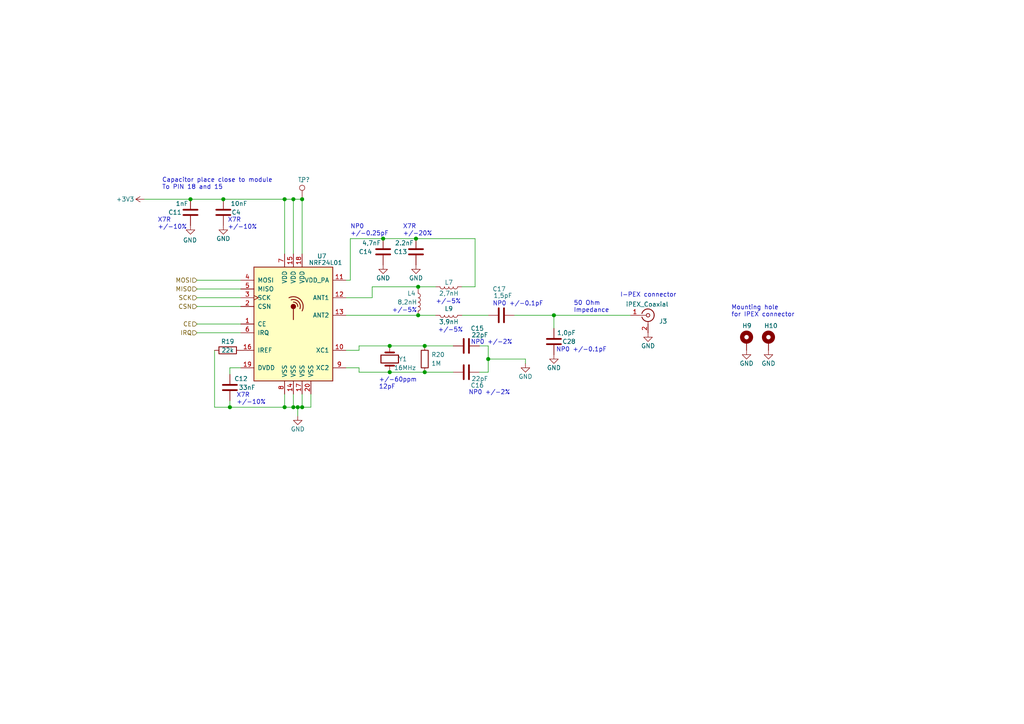
<source format=kicad_sch>
(kicad_sch (version 20211123) (generator eeschema)
  (paper "A4")
  (title_block (title "BUTCube - communication module") (date "2021-11-18") (rev "v0.2") (company "VUT - FIT(STRaDe) & FME(IAE & IPE)") (comment 1 "Author: Štěpán Rydlo"))
  (lib_symbols
    (symbol "Connector:Conn_Coaxial" (pin_names (offset 1.016) hide)
      (property "Reference" "J" (at 0.254 3.048 0))
      (property "Value" "Conn_Coaxial" (at 2.921 0 90))
      (symbol "Conn_Coaxial_0_1"
        (arc (start -1.778 -0.508) (mid 0.2311 -1.8066) (end 1.778 0) (stroke (width 0.254)))
        (polyline (pts (xy -2.54 0) (xy -0.508 0)))
        (polyline (pts (xy 0 -2.54) (xy 0 -1.778)))
        (circle (center 0 0) (radius 0.508) (stroke (width 0.2032)))
        (arc (start 1.778 0) (mid 0.2099 1.8101) (end -1.778 0.508) (stroke (width 0.254)))
      )
      (symbol "Conn_Coaxial_1_1"
        (pin passive line (at -5.08 0 0) (length 2.54) (name "In") (number "1"))
        (pin passive line (at 0 -5.08 90) (length 2.54) (name "Ext") (number "2"))
      )
    )
    (symbol "Connector:TestPoint" (pin_numbers hide) (pin_names (offset 0.762) hide)
      (property "Reference" "TP" (at 0 6.858 0))
      (property "Value" "TestPoint" (at 0 5.08 0))
      (symbol "TestPoint_0_1"
        (circle (center 0 3.302) (radius 0.762))
      )
      (symbol "TestPoint_1_1"
        (pin passive line (at 0 0 90) (length 2.54) (name "1") (number "1"))
      )
    )
    (symbol "Device:C" (pin_numbers hide) (pin_names (offset 0.254))
      (property "Reference" "C" (at 0.635 2.54 0))
      (property "Value" "C" (at 0.635 -2.54 0))
      (symbol "C_0_1"
        (polyline (pts (xy -2.032 -0.762) (xy 2.032 -0.762)) (stroke (width 0.508)))
        (polyline (pts (xy -2.032 0.762) (xy 2.032 0.762)) (stroke (width 0.508)))
      )
      (symbol "C_1_1"
        (pin passive line (at 0 3.81 270) (length 2.794) (name "~") (number "1"))
        (pin passive line (at 0 -3.81 90) (length 2.794) (name "~") (number "2"))
      )
    )
    (symbol "Device:Crystal" (pin_numbers hide) (pin_names (offset 1.016) hide)
      (property "Reference" "Y" (at 0 3.81 0))
      (property "Value" "Crystal" (at 0 -3.81 0))
      (symbol "Crystal_0_1"
        (rectangle (start -1.143 2.54) (end 1.143 -2.54) (stroke (width 0.3048)))
        (polyline (pts (xy -2.54 0) (xy -1.905 0)))
        (polyline (pts (xy -1.905 -1.27) (xy -1.905 1.27)) (stroke (width 0.508)))
        (polyline (pts (xy 1.905 -1.27) (xy 1.905 1.27)) (stroke (width 0.508)))
        (polyline (pts (xy 2.54 0) (xy 1.905 0)))
      )
      (symbol "Crystal_1_1"
        (pin passive line (at -3.81 0 0) (length 1.27) (name "1") (number "1"))
        (pin passive line (at 3.81 0 180) (length 1.27) (name "2") (number "2"))
      )
    )
    (symbol "Device:L" (pin_numbers hide) (pin_names (offset 1.016) hide)
      (property "Reference" "L" (at -1.27 0 90))
      (property "Value" "L" (at 1.905 0 90))
      (symbol "L_0_1"
        (arc (start 0 -2.54) (mid 0.635 -1.905) (end 0 -1.27))
        (arc (start 0 -1.27) (mid 0.635 -0.635) (end 0 0))
        (arc (start 0 0) (mid 0.635 0.635) (end 0 1.27))
        (arc (start 0 1.27) (mid 0.635 1.905) (end 0 2.54))
      )
      (symbol "L_1_1"
        (pin passive line (at 0 3.81 270) (length 1.27) (name "1") (number "1"))
        (pin passive line (at 0 -3.81 90) (length 1.27) (name "2") (number "2"))
      )
    )
    (symbol "Device:R" (pin_numbers hide) (pin_names (offset 0))
      (property "Reference" "R" (at 2.032 0 90))
      (property "Value" "R" (at 0 0 90))
      (symbol "R_0_1"
        (rectangle (start -1.016 -2.54) (end 1.016 2.54) (stroke (width 0.254)))
      )
      (symbol "R_1_1"
        (pin passive line (at 0 3.81 270) (length 1.27) (name "~") (number "1"))
        (pin passive line (at 0 -3.81 90) (length 1.27) (name "~") (number "2"))
      )
    )
    (symbol "Mechanical:MountingHole_Pad" (pin_numbers hide) (pin_names (offset 1.016) hide)
      (property "Reference" "H" (at 0 6.35 0))
      (property "Value" "MountingHole_Pad" (at 0 4.445 0))
      (symbol "MountingHole_Pad_0_1"
        (circle (center 0 1.27) (radius 1.27) (stroke (width 1.27)))
      )
      (symbol "MountingHole_Pad_1_1"
        (pin input line (at 0 -2.54 90) (length 2.54) (name "1") (number "1"))
      )
    )
    (symbol "RF:NRF24L01" (pin_names (offset 1.016))
      (property "Reference" "U" (at -11.43 17.78 0))
      (property "Value" "NRF24L01" (at 5.08 17.78 0))
      (symbol "NRF24L01_0_1"
        (rectangle (start -11.43 16.51) (end 11.43 -16.51) (stroke (width 0.254)) (fill (type background)))
        (polyline (pts (xy 0 4.445) (xy 0 1.27)) (stroke (width 0.254)))
        (circle (center 0 5.08) (radius 0.635) (stroke (width 0.254)) (fill (type outline)))
        (arc (start 1.27 5.08) (mid 0.9071 5.9946) (end 0 6.35) (stroke (width 0.254)))
        (arc (start 1.905 4.445) (mid 1.4313 6.5254) (end -0.635 6.985) (stroke (width 0.254)))
        (arc (start 2.54 3.81) (mid 2.008 7.088) (end -1.27 7.62) (stroke (width 0.254)))
        (rectangle (start 11.43 -13.97) (end 11.43 -13.97))
      )
      (symbol "NRF24L01_1_1"
        (pin input line (at -15.24 0 0) (length 3.81) (name "CE") (number "1"))
        (pin passive line (at 15.24 -7.62 180) (length 3.81) (name "XC1") (number "10"))
        (pin power_out line (at 15.24 12.7 180) (length 3.81) (name "VDD_PA") (number "11"))
        (pin passive line (at 15.24 7.62 180) (length 3.81) (name "ANT1") (number "12"))
        (pin passive line (at 15.24 2.54 180) (length 3.81) (name "ANT2") (number "13"))
        (pin power_in line (at 0 -20.32 90) (length 3.81) (name "VSS") (number "14"))
        (pin power_in line (at 0 20.32 270) (length 3.81) (name "VDD") (number "15"))
        (pin passive line (at -15.24 -7.62 0) (length 3.81) (name "IREF") (number "16"))
        (pin power_in line (at 2.54 -20.32 90) (length 3.81) (name "VSS") (number "17"))
        (pin power_in line (at 2.54 20.32 270) (length 3.81) (name "VDD") (number "18"))
        (pin power_out line (at -15.24 -12.7 0) (length 3.81) (name "DVDD") (number "19"))
        (pin input line (at -15.24 5.08 0) (length 3.81) (name "CSN") (number "2"))
        (pin power_in line (at 5.08 -20.32 90) (length 3.81) (name "VSS") (number "20"))
        (pin input clock (at -15.24 7.62 0) (length 3.81) (name "SCK") (number "3"))
        (pin input line (at -15.24 12.7 0) (length 3.81) (name "MOSI") (number "4"))
        (pin output line (at -15.24 10.16 0) (length 3.81) (name "MISO") (number "5"))
        (pin output line (at -15.24 -2.54 0) (length 3.81) (name "IRQ") (number "6"))
        (pin power_in line (at -2.54 20.32 270) (length 3.81) (name "VDD") (number "7"))
        (pin power_in line (at -2.54 -20.32 90) (length 3.81) (name "VSS") (number "8"))
        (pin passive line (at 15.24 -12.7 180) (length 3.81) (name "XC2") (number "9"))
      )
    )
    (symbol "power:+3V3" (power) (pin_names (offset 0))
      (property "Value" "+3V3" (at 0 3.556 0))
      (symbol "+3V3_0_1"
        (polyline (pts (xy -0.762 1.27) (xy 0 2.54)))
        (polyline (pts (xy 0 0) (xy 0 2.54)))
        (polyline (pts (xy 0 2.54) (xy 0.762 1.27)))
      )
      (symbol "+3V3_1_1"
        (pin power_in line (at 0 0 90) (length 0) hide (name "+3V3") (number "1"))
      )
    )
    (symbol "power:GND" (power) (pin_names (offset 0))
      (property "Value" "GND" (at 0 -3.81 0))
      (symbol "GND_0_1"
        (polyline (pts (xy 0 0) (xy 0 -1.27) (xy 1.27 -1.27) (xy 0 -2.54) (xy -1.27 -1.27) (xy 0 -1.27)))
      )
      (symbol "GND_1_1"
        (pin power_in line (at 0 0 270) (length 0) hide (name "GND") (number "1"))
      )
    )
  )
  (junction (at 82.55 57.785) (diameter 1.016))
  (junction (at 113.03 107.95) (diameter 1.016))
  (junction (at 86.36 118.11) (diameter 1.016))
  (junction (at 85.09 118.11) (diameter 1.016))
  (junction (at 111.125 69.215) (diameter 1.016))
  (junction (at 66.675 118.11) (diameter 1.016))
  (junction (at 121.285 91.44) (diameter 1.016))
  (junction (at 123.19 107.95) (diameter 1.016))
  (junction (at 120.65 69.215) (diameter 1.016))
  (junction (at 87.63 57.785) (diameter 1.016))
  (junction (at 123.19 100.33) (diameter 1.016))
  (junction (at 87.63 118.11) (diameter 1.016))
  (junction (at 82.55 118.11) (diameter 1.016))
  (junction (at 160.655 91.44) (diameter 1.016))
  (junction (at 121.285 83.185) (diameter 1.016))
  (junction (at 85.09 57.785) (diameter 1.016))
  (junction (at 64.77 57.785) (diameter 1.016))
  (junction (at 55.245 57.785) (diameter 1.016))
  (junction (at 113.03 100.33) (diameter 1.016))
  (junction (at 141.605 104.14) (diameter 1.016))
  (wire (pts (xy 62.23 118.11) (xy 62.23 101.6)))
  (wire (pts (xy 66.675 118.11) (xy 62.23 118.11)))
  (wire (pts (xy 141.605 104.14) (xy 152.4 104.14)))
  (wire (pts (xy 152.4 105.41) (xy 152.4 104.14)))
  (wire (pts (xy 85.09 114.3) (xy 85.09 118.11)))
  (wire (pts (xy 57.15 81.28) (xy 69.85 81.28)))
  (wire (pts (xy 133.985 83.185) (xy 137.795 83.185)))
  (wire (pts (xy 137.795 69.215) (xy 137.795 83.185)))
  (wire (pts (xy 87.63 114.3) (xy 87.63 118.11)))
  (wire (pts (xy 123.19 107.95) (xy 131.445 107.95)))
  (wire (pts (xy 100.33 81.28) (xy 101.6 81.28)))
  (wire (pts (xy 101.6 69.215) (xy 101.6 81.28)))
  (wire (pts (xy 133.985 91.44) (xy 141.605 91.44)))
  (wire (pts (xy 85.09 57.785) (xy 85.09 73.66)))
  (wire (pts (xy 121.285 91.44) (xy 126.365 91.44)))
  (wire (pts (xy 160.655 91.44) (xy 160.655 95.25)))
  (wire (pts (xy 57.15 83.82) (xy 69.85 83.82)))
  (wire (pts (xy 104.14 106.68) (xy 100.33 106.68)))
  (wire (pts (xy 104.14 107.95) (xy 104.14 106.68)))
  (wire (pts (xy 104.14 107.95) (xy 113.03 107.95)))
  (wire (pts (xy 123.19 107.95) (xy 113.03 107.95)))
  (wire (pts (xy 139.065 100.33) (xy 141.605 100.33)))
  (wire (pts (xy 141.605 100.33) (xy 141.605 104.14)))
  (wire (pts (xy 141.605 104.14) (xy 141.605 107.95)))
  (wire (pts (xy 141.605 107.95) (xy 139.065 107.95)))
  (wire (pts (xy 104.14 100.33) (xy 104.14 101.6)))
  (wire (pts (xy 104.14 100.33) (xy 113.03 100.33)))
  (wire (pts (xy 104.14 101.6) (xy 100.33 101.6)))
  (wire (pts (xy 123.19 100.33) (xy 113.03 100.33)))
  (wire (pts (xy 66.675 116.205) (xy 66.675 118.11)))
  (wire (pts (xy 66.675 118.11) (xy 82.55 118.11)))
  (wire (pts (xy 100.33 91.44) (xy 121.285 91.44)))
  (wire (pts (xy 57.15 96.52) (xy 69.85 96.52)))
  (wire (pts (xy 66.675 106.68) (xy 69.85 106.68)))
  (wire (pts (xy 66.675 108.585) (xy 66.675 106.68)))
  (wire (pts (xy 82.55 114.3) (xy 82.55 118.11)))
  (wire (pts (xy 82.55 118.11) (xy 85.09 118.11)))
  (wire (pts (xy 85.09 118.11) (xy 86.36 118.11)))
  (wire (pts (xy 123.19 100.33) (xy 131.445 100.33)))
  (wire (pts (xy 57.15 86.36) (xy 69.85 86.36)))
  (wire (pts (xy 111.125 69.215) (xy 101.6 69.215)))
  (wire (pts (xy 120.65 69.215) (xy 111.125 69.215)))
  (wire (pts (xy 137.795 69.215) (xy 120.65 69.215)))
  (wire (pts (xy 121.285 83.185) (xy 121.285 83.82)))
  (wire (pts (xy 126.365 83.185) (xy 121.285 83.185)))
  (wire (pts (xy 86.36 118.11) (xy 87.63 118.11)))
  (wire (pts (xy 86.36 120.65) (xy 86.36 118.11)))
  (wire (pts (xy 87.63 118.11) (xy 90.17 118.11)))
  (wire (pts (xy 90.17 118.11) (xy 90.17 114.3)))
  (wire (pts (xy 107.95 83.185) (xy 121.285 83.185)))
  (wire (pts (xy 107.95 86.36) (xy 107.95 83.185)))
  (wire (pts (xy 41.91 57.785) (xy 55.245 57.785)))
  (wire (pts (xy 55.245 57.785) (xy 64.77 57.785)))
  (wire (pts (xy 64.77 57.785) (xy 82.55 57.785)))
  (wire (pts (xy 82.55 57.785) (xy 85.09 57.785)))
  (wire (pts (xy 85.09 57.785) (xy 87.63 57.785)))
  (wire (pts (xy 87.63 57.785) (xy 87.63 73.66)))
  (wire (pts (xy 100.33 86.36) (xy 107.95 86.36)))
  (wire (pts (xy 82.55 57.785) (xy 82.55 73.66)))
  (wire (pts (xy 57.15 88.9) (xy 69.85 88.9)))
  (wire (pts (xy 57.15 93.98) (xy 69.85 93.98)))
  (wire (pts (xy 149.225 91.44) (xy 160.655 91.44)))
  (wire (pts (xy 160.655 91.44) (xy 182.88 91.44)))
  (text "NP0 +/-2%\n\n\n" (at 136.525 104.14 0) (effects (font (size 1.27 1.27)) (justify left bottom)))
  (text "+/-60ppm\n12pF\n" (at 109.855 113.03 0) (effects (font (size 1.27 1.27)) (justify left bottom)))
  (text "Mounting hole\nfor IPEX connector\n" (at 212.09 92.075 0) (effects (font (size 1.27 1.27)) (justify left bottom)))
  (text "+/-5%\n" (at 126.365 88.265 0) (effects (font (size 1.27 1.27)) (justify left bottom)))
  (text "+/-5%\n" (at 127 96.52 0) (effects (font (size 1.27 1.27)) (justify left bottom)))
  (text "NP0 +/-0.1pF\n" (at 161.29 102.235 0) (effects (font (size 1.27 1.27)) (justify left bottom)))
  (text "X7R\n+/-20%\n" (at 116.84 68.58 0) (effects (font (size 1.27 1.27)) (justify left bottom)))
  (text "NP0 +/-0.1pF\n" (at 142.875 88.9 0) (effects (font (size 1.27 1.27)) (justify left bottom)))
  (text "50 Ohm\nImpedance" (at 166.37 90.805 0) (effects (font (size 1.27 1.27)) (justify left bottom)))
  (text "+/-5%\n" (at 113.665 90.805 0) (effects (font (size 1.27 1.27)) (justify left bottom)))
  (text "NP0 +/-2%\n\n\n" (at 135.89 118.745 0) (effects (font (size 1.27 1.27)) (justify left bottom)))
  (text "X7R\n+/-10%\n" (at 68.58 117.475 0) (effects (font (size 1.27 1.27)) (justify left bottom)))
  (text "X7R\n+/-10%\n" (at 45.72 66.675 0) (effects (font (size 1.27 1.27)) (justify left bottom)))
  (text "X7R\n+/-10%\n" (at 66.04 66.675 0) (effects (font (size 1.27 1.27)) (justify left bottom)))
  (text "I-PEX connector\n" (at 196.215 86.36 180) (effects (font (size 1.27 1.27)) (justify right bottom)))
  (text "Capacitor place close to module\nTo PIN 18 and 15\n\n" (at 46.99 57.15 0) (effects (font (size 1.27 1.27)) (justify left bottom)))
  (text "NP0\n+/-0.25pF\n" (at 101.6 68.58 0) (effects (font (size 1.27 1.27)) (justify left bottom)))
  (hierarchical_label "CSN" (shape input) (at 57.15 88.9 180))
  (hierarchical_label "MOSI" (shape input) (at 57.15 81.28 180))
  (hierarchical_label "MISO" (shape input) (at 57.15 83.82 180))
  (hierarchical_label "CE" (shape input) (at 57.15 93.98 180))
  (hierarchical_label "IRQ" (shape input) (at 57.15 96.52 180))
  (hierarchical_label "SCK" (shape input) (at 57.15 86.36 180))
  (symbol (lib_id "Connector:Conn_Coaxial") (at 187.96 91.44 0) (unit 1)
    (property "Reference" "J3" (at 191.135 93.2054 0) (effects (justify left)))
    (property "Value" "iPEX_Coaxial" (at 187.706 88.265 0))
    (property "Datasheet" " ~" (effects hide))
  )
  (symbol (lib_id "Device:R") (at 66.04 101.6 90) (unit 1)
    (property "Reference" "R19" (at 66.04 99.06 90))
    (property "Value" "22k" (at 66.04 101.6 90))
    (property "Footprint" "Resistor_SMD:R_0603_1608Metric" (effects hide))
  )
  (symbol (lib_id "power:GND") (at 160.655 102.87 0) (unit 1)
    (property "Reference" "#PWR0156" (effects hide))
    (property "Value" "GND" (at 160.655 106.68 0))
  )
  (symbol (lib_id "Device:L") (at 130.175 83.185 270) (unit 1)
    (property "Reference" "L7" (at 130.175 81.915 90))
    (property "Value" "2,7nH" (at 130.175 85.09 90))
    (property "Footprint" "Inductor_SMD:L_0603_1608Metric" (effects hide))
  )
  (symbol (lib_id "power:+3V3") (at 41.91 57.785 90) (unit 1)
    (property "Reference" "#PWR0153" (effects hide))
    (property "Value" "+3V3" (at 33.655 57.7849 90) (effects (justify right)))
  )
  (symbol (lib_id "Device:C") (at 55.245 61.595 180) (unit 1)
    (property "Reference" "C11" (at 52.705 61.5951 0) (effects (justify left)))
    (property "Value" "1nF" (at 54.61 59.055 0) (effects (justify left)))
    (property "Footprint" "Capacitor_SMD:C_0603_1608Metric" (effects hide))
  )
  (symbol (lib_id "Device:C") (at 145.415 91.44 90) (unit 1)
    (property "Reference" "C17" (at 144.78 83.82 90))
    (property "Value" "1,5pF" (at 148.59 85.725 90) (effects (justify left)))
    (property "Footprint" "Capacitor_SMD:C_0603_1608Metric" (effects hide))
  )
  (symbol (lib_id "power:GND") (at 55.245 65.405 0) (unit 1)
    (property "Reference" "#PWR0154" (effects hide))
    (property "Value" "GND" (at 57.15 69.6596 0) (effects (justify right)))
  )
  (symbol (lib_id "power:GND") (at 152.4 105.41 0) (unit 1)
    (property "Reference" "#PWR0113" (effects hide))
    (property "Value" "GND" (at 152.4 109.22 0))
  )
  (symbol (lib_id "Mechanical:MountingHole_Pad") (at 216.535 99.06 0) (unit 1)
    (property "Reference" "H9" (at 215.265 94.4879 0) (effects (justify left)))
    (property "Value" "MountingHole_Pad" (effects hide))
  )
  (symbol (lib_id "Device:C") (at 160.655 99.06 0) (unit 1)
    (property "Reference" "C28" (at 167.005 99.0601 0) (effects (justify right)))
    (property "Value" "1,0pF" (at 167.005 96.5201 0) (effects (justify right)))
    (property "Footprint" "Capacitor_SMD:C_0603_1608Metric" (effects hide))
  )
  (symbol (lib_id "Device:C") (at 135.255 107.95 90) (unit 1)
    (property "Reference" "C16" (at 138.43 111.76 90))
    (property "Value" "22pF" (at 141.605 109.855 90) (effects (justify left)))
    (property "Footprint" "Capacitor_SMD:C_0603_1608Metric" (effects hide))
  )
  (symbol (lib_id "RF:NRF24L01") (at 85.09 93.98 0) (unit 1)
    (property "Reference" "U7" (at 93.345 74.295 0))
    (property "Value" "NRF24L01" (at 89.535 76.2 0) (effects (justify left)))
    (property "Footprint" "Package_DFN_QFN:QFN-20-1EP_4x4mm_P0.5mm_EP2.5x2.5mm" (effects hide))
    (property "Datasheet" "http://www.nordicsemi.com/eng/content/download/2730/34105/file/nRF24L01_Product_Specification_v2_0.pdf" (effects hide))
  )
  (symbol (lib_id "Device:Crystal") (at 113.03 104.14 90) (unit 1)
    (property "Reference" "Y1" (at 115.5699 104.14 90) (effects (justify right)))
    (property "Value" "16MHz" (at 117.475 106.68 90))
    (property "Footprint" "Crystal:Crystal_SMD_3225-4Pin_3.2x2.5mm" (effects hide))
  )
  (symbol (lib_id "Mechanical:MountingHole_Pad") (at 222.885 99.06 0) (unit 1)
    (property "Reference" "H10" (at 221.615 94.4879 0) (effects (justify left)))
    (property "Value" "MountingHole_Pad" (effects hide))
  )
  (symbol (lib_id "Device:C") (at 111.125 73.025 180) (unit 1)
    (property "Reference" "C14" (at 107.95 73.0251 0) (effects (justify left)))
    (property "Value" "4,7nF" (at 110.49 70.485 0) (effects (justify left)))
    (property "Footprint" "Capacitor_SMD:C_0603_1608Metric" (effects hide))
  )
  (symbol (lib_id "Device:C") (at 135.255 100.33 90) (unit 1)
    (property "Reference" "C15" (at 138.43 95.25 90))
    (property "Value" "22pF" (at 141.605 97.155 90) (effects (justify left)))
    (property "Footprint" "Capacitor_SMD:C_0603_1608Metric" (effects hide))
  )
  (symbol (lib_id "Device:L") (at 121.285 87.63 0) (unit 1)
    (property "Reference" "L4" (at 118.11 85.0899 0) (effects (justify left)))
    (property "Value" "8,2nH" (at 118.11 87.63 0))
    (property "Footprint" "Inductor_SMD:L_0603_1608Metric" (effects hide))
  )
  (symbol (lib_id "power:GND") (at 86.36 120.65 0) (unit 1)
    (property "Reference" "#PWR0109" (effects hide))
    (property "Value" "GND" (at 86.36 124.46 0))
  )
  (symbol (lib_id "Device:L") (at 130.175 91.44 270) (unit 1)
    (property "Reference" "L9" (at 130.175 89.535 90))
    (property "Value" "3,9nH" (at 130.175 93.345 90))
    (property "Footprint" "Inductor_SMD:L_0603_1608Metric" (effects hide))
  )
  (symbol (lib_id "Device:R") (at 123.19 104.14 0) (unit 1)
    (property "Reference" "R20" (at 125.095 102.8699 0) (effects (justify left)))
    (property "Value" "1M" (at 125.095 105.4099 0) (effects (justify left)))
    (property "Footprint" "Resistor_SMD:R_0603_1608Metric" (effects hide))
  )
  (symbol (lib_id "power:GND") (at 187.96 96.52 0) (unit 1)
    (property "Reference" "#PWR0143" (effects hide))
    (property "Value" "GND" (at 187.96 100.33 0))
  )
  (symbol (lib_id "power:GND") (at 120.65 76.835 0) (unit 1)
    (property "Reference" "#PWR0115" (effects hide))
    (property "Value" "GND" (at 120.65 80.645 0))
  )
  (symbol (lib_id "power:GND") (at 222.885 101.6 0) (unit 1)
    (property "Reference" "#PWR011" (effects hide))
    (property "Value" "GND" (at 222.885 105.41 0))
  )
  (symbol (lib_id "Connector:TestPoint") (at 87.63 57.785 0) (unit 1)
    (property "Reference" "TP?" (at 86.36 52.1334 0) (effects (justify left)))
    (property "Value" "~" (at 87.63 52.705 0))
  )
  (symbol (lib_id "power:GND") (at 216.535 101.6 0) (unit 1)
    (property "Reference" "#PWR010" (effects hide))
    (property "Value" "GND" (at 216.535 105.41 0))
  )
  (symbol (lib_id "Device:C") (at 66.675 112.395 0) (unit 1)
    (property "Reference" "C12" (at 67.945 109.8549 0) (effects (justify left)))
    (property "Value" "33nF" (at 69.215 112.395 0) (effects (justify left)))
    (property "Footprint" "Capacitor_SMD:C_0603_1608Metric" (effects hide))
  )
  (symbol (lib_id "Device:C") (at 64.77 61.595 180) (unit 1)
    (property "Reference" "C4" (at 69.85 61.5951 0) (effects (justify left)))
    (property "Value" "10nF" (at 71.755 59.055 0) (effects (justify left)))
    (property "Footprint" "Capacitor_SMD:C_0603_1608Metric" (effects hide))
  )
  (symbol (lib_id "power:GND") (at 111.125 76.835 0) (unit 1)
    (property "Reference" "#PWR0155" (effects hide))
    (property "Value" "GND" (at 111.125 80.645 0))
  )
  (symbol (lib_id "power:GND") (at 64.77 65.405 0) (unit 1)
    (property "Reference" "#PWR0110" (effects hide))
    (property "Value" "GND" (at 64.77 69.215 0))
  )
  (symbol (lib_id "Device:C") (at 120.65 73.025 180) (unit 1)
    (property "Reference" "C13" (at 118.11 73.0251 0) (effects (justify left)))
    (property "Value" "2.2nF" (at 120.015 70.485 0) (effects (justify left)))
    (property "Footprint" "Capacitor_SMD:C_0603_1608Metric" (effects hide))
  )
)
</source>
